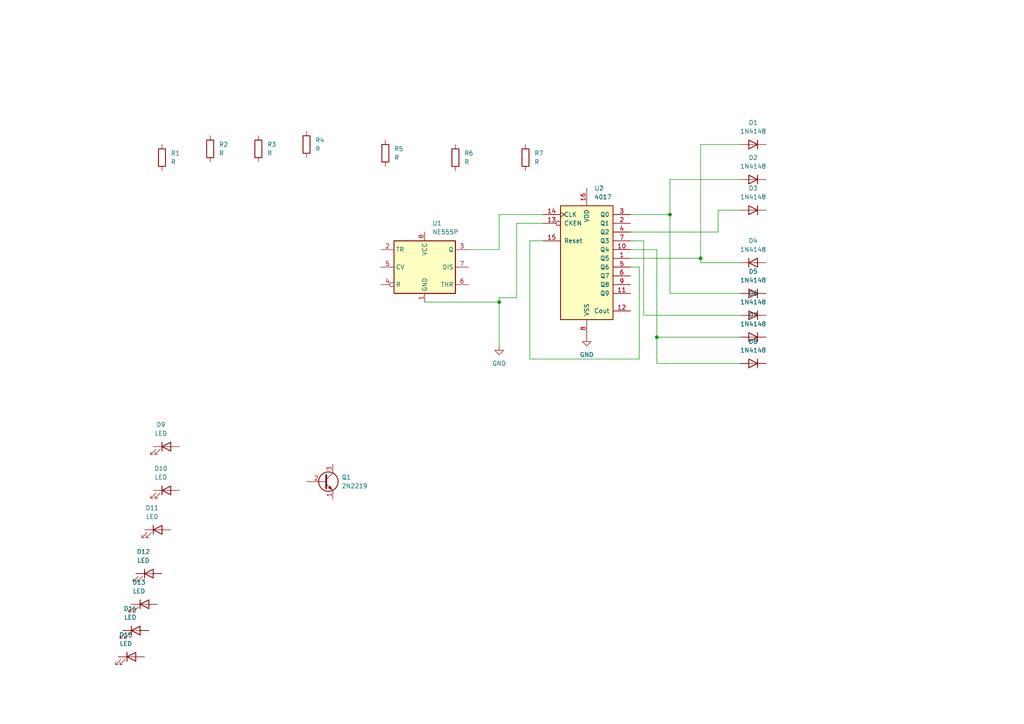
<source format=kicad_sch>
(kicad_sch (version 20230121) (generator eeschema)
  (paper "A4")
  (lib_symbols
    (symbol "4xxx:4017" (pin_names (offset 1.016))
      (property "Reference" "U" (at -7.62 16.51 0))
      (property "Value" "4017" (at -7.62 -19.05 0))
      (symbol "4017_1_0"
        (pin output line (at 12.7 0 180) (length 5.08) (name "Q5") (number "1"))
        (pin output line (at 12.7 2.54 180) (length 5.08) (name "Q4") (number "10"))
        (pin output line (at 12.7 -10.16 180) (length 5.08) (name "Q9") (number "11"))
        (pin output line (at 12.7 -15.24 180) (length 5.08) (name "Cout") (number "12"))
        (pin input inverted (at -12.7 10.16 0) (length 5.08) (name "CKEN") (number "13"))
        (pin input clock (at -12.7 12.7 0) (length 5.08) (name "CLK") (number "14"))
        (pin input line (at -12.7 5.08 0) (length 5.08) (name "Reset") (number "15"))
        (pin power_in line (at 0 20.32 270) (length 5.08) (name "VDD") (number "16"))
        (pin output line (at 12.7 10.16 180) (length 5.08) (name "Q1") (number "2"))
        (pin output line (at 12.7 12.7 180) (length 5.08) (name "Q0") (number "3"))
        (pin output line (at 12.7 7.62 180) (length 5.08) (name "Q2") (number "4"))
        (pin output line (at 12.7 -2.54 180) (length 5.08) (name "Q6") (number "5"))
        (pin output line (at 12.7 -5.08 180) (length 5.08) (name "Q7") (number "6"))
        (pin output line (at 12.7 5.08 180) (length 5.08) (name "Q3") (number "7"))
        (pin power_in line (at 0 -22.86 90) (length 5.08) (name "VSS") (number "8"))
        (pin output line (at 12.7 -7.62 180) (length 5.08) (name "Q8") (number "9"))
      )
      (symbol "4017_1_1"
        (rectangle (start -7.62 15.24) (end 7.62 -17.78) (stroke (width 0.254)) (fill (type background)))
      )
    )
    (symbol "Device:LED" (pin_numbers hide) (pin_names (offset 1.016) hide)
      (property "Reference" "D" (at 0 2.54 0))
      (property "Value" "LED" (at 0 -2.54 0))
      (symbol "LED_0_1"
        (polyline (pts (xy -1.27 -1.27) (xy -1.27 1.27)) (stroke (width 0.254)))
        (polyline (pts (xy -1.27 0) (xy 1.27 0)))
        (polyline (pts (xy 1.27 -1.27) (xy 1.27 1.27) (xy -1.27 0) (xy 1.27 -1.27)) (stroke (width 0.254)))
        (polyline (pts (xy -3.048 -0.762) (xy -4.572 -2.286) (xy -3.81 -2.286) (xy -4.572 -2.286) (xy -4.572 -1.524)))
        (polyline (pts (xy -1.778 -0.762) (xy -3.302 -2.286) (xy -2.54 -2.286) (xy -3.302 -2.286) (xy -3.302 -1.524)))
      )
      (symbol "LED_1_1"
        (pin passive line (at -3.81 0 0) (length 2.54) (name "K") (number "1"))
        (pin passive line (at 3.81 0 180) (length 2.54) (name "A") (number "2"))
      )
    )
    (symbol "Device:R" (pin_numbers hide) (pin_names (offset 0))
      (property "Reference" "R" (at 2.032 0 90))
      (property "Value" "R" (at 0 0 90))
      (symbol "R_0_1"
        (rectangle (start -1.016 -2.54) (end 1.016 2.54) (stroke (width 0.254)))
      )
      (symbol "R_1_1"
        (pin passive line (at 0 3.81 270) (length 1.27) (name "~") (number "1"))
        (pin passive line (at 0 -3.81 90) (length 1.27) (name "~") (number "2"))
      )
    )
    (symbol "Diode:1N4148" (pin_numbers hide) (pin_names hide)
      (property "Reference" "D" (at 0 2.54 0))
      (property "Value" "1N4148" (at 0 -2.54 0))
      (symbol "1N4148_0_1"
        (polyline (pts (xy -1.27 1.27) (xy -1.27 -1.27)) (stroke (width 0.254)))
        (polyline (pts (xy 1.27 0) (xy -1.27 0)))
        (polyline (pts (xy 1.27 1.27) (xy 1.27 -1.27) (xy -1.27 0) (xy 1.27 1.27)) (stroke (width 0.254)))
      )
      (symbol "1N4148_1_1"
        (pin passive line (at -3.81 0 0) (length 2.54) (name "K") (number "1"))
        (pin passive line (at 3.81 0 180) (length 2.54) (name "A") (number "2"))
      )
    )
    (symbol "Timer:NE555P"
      (property "Reference" "U" (at -10.16 8.89 0))
      (property "Value" "NE555P" (at 2.54 8.89 0))
      (symbol "NE555P_0_0"
        (pin power_in line (at 0 -10.16 90) (length 2.54) (name "GND") (number "1"))
        (pin power_in line (at 0 10.16 270) (length 2.54) (name "VCC") (number "8"))
      )
      (symbol "NE555P_0_1"
        (rectangle (start -8.89 -7.62) (end 8.89 7.62) (stroke (width 0.254)) (fill (type background)))
        (rectangle (start -8.89 -7.62) (end 8.89 7.62) (stroke (width 0.254)) (fill (type background)))
      )
      (symbol "NE555P_1_1"
        (pin input line (at -12.7 5.08 0) (length 3.81) (name "TR") (number "2"))
        (pin output line (at 12.7 5.08 180) (length 3.81) (name "Q") (number "3"))
        (pin input inverted (at -12.7 -5.08 0) (length 3.81) (name "R") (number "4"))
        (pin input line (at -12.7 0 0) (length 3.81) (name "CV") (number "5"))
        (pin input line (at 12.7 -5.08 180) (length 3.81) (name "THR") (number "6"))
        (pin input line (at 12.7 0 180) (length 3.81) (name "DIS") (number "7"))
      )
    )
    (symbol "Transistor_BJT:2N2219" (pin_names (offset 0) hide)
      (property "Reference" "Q" (at 5.08 1.905 0))
      (property "Value" "2N2219" (at 5.08 0 0))
      (symbol "2N2219_0_1"
        (polyline (pts (xy 0.635 0.635) (xy 2.54 2.54)))
        (polyline (pts (xy 0.635 -0.635) (xy 2.54 -2.54) (xy 2.54 -2.54)))
        (polyline (pts (xy 0.635 1.905) (xy 0.635 -1.905) (xy 0.635 -1.905)) (stroke (width 0.508)))
        (polyline (pts (xy 1.27 -1.778) (xy 1.778 -1.27) (xy 2.286 -2.286) (xy 1.27 -1.778) (xy 1.27 -1.778)) (fill (type outline)))
        (circle (center 1.27 0) (radius 2.8194) (stroke (width 0.254)))
      )
      (symbol "2N2219_1_1"
        (pin passive line (at 2.54 -5.08 90) (length 2.54) (name "E") (number "1"))
        (pin passive line (at -5.08 0 0) (length 5.715) (name "B") (number "2"))
        (pin passive line (at 2.54 5.08 270) (length 2.54) (name "C") (number "3"))
      )
    )
    (symbol "power:GND" (power) (pin_names (offset 0))
      (property "Value" "GND" (at 0 -3.81 0))
      (symbol "GND_0_1"
        (polyline (pts (xy 0 0) (xy 0 -1.27) (xy 1.27 -1.27) (xy 0 -2.54) (xy -1.27 -1.27) (xy 0 -1.27)))
      )
      (symbol "GND_1_1"
        (pin power_in line (at 0 0 270) (length 0) hide (name "GND") (number "1"))
      )
    )
  )
  (junction (at 144.78 87.63))
  (junction (at 203.2 74.93))
  (junction (at 194.31 62.23))
  (junction (at 190.5 97.79))
  (wire (pts (xy 203.2 76.2) (xy 203.2 74.93)))
  (wire (pts (xy 208.28 67.31) (xy 208.28 60.96)))
  (wire (pts (xy 194.31 62.23) (xy 194.31 52.07)))
  (wire (pts (xy 144.78 100.33) (xy 144.78 87.63)))
  (wire (pts (xy 182.88 62.23) (xy 194.31 62.23)))
  (wire (pts (xy 182.88 77.47) (xy 185.42 77.47)))
  (wire (pts (xy 214.63 76.2) (xy 203.2 76.2)))
  (wire (pts (xy 214.63 85.09) (xy 194.31 85.09)))
  (wire (pts (xy 214.63 91.44) (xy 186.69 91.44)))
  (wire (pts (xy 190.5 105.41) (xy 190.5 97.79)))
  (wire (pts (xy 182.88 67.31) (xy 208.28 67.31)))
  (wire (pts (xy 185.42 77.47) (xy 185.42 104.14)))
  (wire (pts (xy 144.78 62.23) (xy 144.78 72.39)))
  (wire (pts (xy 190.5 97.79) (xy 190.5 72.39)))
  (wire (pts (xy 190.5 72.39) (xy 182.88 72.39)))
  (wire (pts (xy 153.67 69.85) (xy 157.48 69.85)))
  (wire (pts (xy 194.31 85.09) (xy 194.31 62.23)))
  (wire (pts (xy 208.28 60.96) (xy 214.63 60.96)))
  (wire (pts (xy 153.67 104.14) (xy 153.67 69.85)))
  (wire (pts (xy 144.78 72.39) (xy 135.89 72.39)))
  (wire (pts (xy 203.2 74.93) (xy 203.2 41.91)))
  (wire (pts (xy 182.88 74.93) (xy 203.2 74.93)))
  (wire (pts (xy 185.42 104.14) (xy 153.67 104.14)))
  (wire (pts (xy 186.69 69.85) (xy 182.88 69.85)))
  (wire (pts (xy 186.69 69.85) (xy 186.69 91.44)))
  (wire (pts (xy 194.31 52.07) (xy 214.63 52.07)))
  (wire (pts (xy 144.78 86.36) (xy 149.86 86.36)))
  (wire (pts (xy 123.19 87.63) (xy 144.78 87.63)))
  (wire (pts (xy 157.48 62.23) (xy 144.78 62.23)))
  (wire (pts (xy 214.63 97.79) (xy 190.5 97.79)))
  (wire (pts (xy 203.2 41.91) (xy 214.63 41.91)))
  (wire (pts (xy 214.63 105.41) (xy 190.5 105.41)))
  (wire (pts (xy 144.78 87.63) (xy 144.78 86.36)))
  (wire (pts (xy 149.86 86.36) (xy 149.86 64.77)))
  (wire (pts (xy 149.86 64.77) (xy 157.48 64.77)))
  (symbol (lib_id "Device:R") (at 132.08 45.72 0) (unit 1)
    (property "Reference" "R6" (at 134.62 44.45 0) (effects (justify left)))
    (property "Value" "R" (at 134.62 46.99 0) (effects (justify left)))
  )
  (symbol (lib_id "Device:LED") (at 38.1 190.5 0) (unit 1)
    (property "Reference" "D15" (at 36.5125 184.15 0))
    (property "Value" "LED" (at 36.5125 186.69 0))
  )
  (symbol (lib_id "Device:LED") (at 48.26 129.54 0) (unit 1)
    (property "Reference" "D9" (at 46.6725 123.19 0))
    (property "Value" "LED" (at 46.6725 125.73 0))
  )
  (symbol (lib_id "Timer:NE555P") (at 123.19 77.47 0) (unit 1)
    (property "Reference" "U1" (at 125.3841 64.77 0) (effects (justify left)))
    (property "Value" "NE555P" (at 125.3841 67.31 0) (effects (justify left)))
    (property "Footprint" "Package_DIP:DIP-8_W7.62mm" (effects hide))
    (property "Datasheet" "http://www.ti.com/lit/ds/symlink/ne555.pdf" (effects hide))
  )
  (symbol (lib_id "Diode:1N4148") (at 218.44 52.07 180) (unit 1)
    (property "Reference" "D2" (at 218.44 45.72 0))
    (property "Value" "1N4148" (at 218.44 48.26 0))
    (property "Footprint" "Diode_THT:D_DO-35_SOD27_P7.62mm_Horizontal" (effects hide))
    (property "Datasheet" "https://assets.nexperia.com/documents/data-sheet/1N4148_1N4448.pdf" (effects hide))
    (property "Sim.Device" "D" (effects hide))
    (property "Sim.Pins" "1=K 2=A" (effects hide))
  )
  (symbol (lib_id "Diode:1N4148") (at 218.44 97.79 180) (unit 1)
    (property "Reference" "D7" (at 218.44 91.44 0))
    (property "Value" "1N4148" (at 218.44 93.98 0))
    (property "Footprint" "Diode_THT:D_DO-35_SOD27_P7.62mm_Horizontal" (effects hide))
    (property "Datasheet" "https://assets.nexperia.com/documents/data-sheet/1N4148_1N4448.pdf" (effects hide))
    (property "Sim.Device" "D" (effects hide))
    (property "Sim.Pins" "1=K 2=A" (effects hide))
  )
  (symbol (lib_id "Device:R") (at 111.76 44.45 0) (unit 1)
    (property "Reference" "R5" (at 114.3 43.18 0) (effects (justify left)))
    (property "Value" "R" (at 114.3 45.72 0) (effects (justify left)))
  )
  (symbol (lib_id "Diode:1N4148") (at 218.44 41.91 180) (unit 1)
    (property "Reference" "D1" (at 218.44 35.56 0))
    (property "Value" "1N4148" (at 218.44 38.1 0))
    (property "Footprint" "Diode_THT:D_DO-35_SOD27_P7.62mm_Horizontal" (effects hide))
    (property "Datasheet" "https://assets.nexperia.com/documents/data-sheet/1N4148_1N4448.pdf" (effects hide))
    (property "Sim.Device" "D" (effects hide))
    (property "Sim.Pins" "1=K 2=A" (effects hide))
  )
  (symbol (lib_id "Device:LED") (at 43.18 166.37 0) (unit 1)
    (property "Reference" "D12" (at 41.5925 160.02 0))
    (property "Value" "LED" (at 41.5925 162.56 0))
  )
  (symbol (lib_id "Diode:1N4148") (at 218.44 85.09 180) (unit 1)
    (property "Reference" "D5" (at 218.44 78.74 0))
    (property "Value" "1N4148" (at 218.44 81.28 0))
    (property "Footprint" "Diode_THT:D_DO-35_SOD27_P7.62mm_Horizontal" (effects hide))
    (property "Datasheet" "https://assets.nexperia.com/documents/data-sheet/1N4148_1N4448.pdf" (effects hide))
    (property "Sim.Device" "D" (effects hide))
    (property "Sim.Pins" "1=K 2=A" (effects hide))
  )
  (symbol (lib_id "Device:R") (at 88.9 41.91 0) (unit 1)
    (property "Reference" "R4" (at 91.44 40.64 0) (effects (justify left)))
    (property "Value" "R" (at 91.44 43.18 0) (effects (justify left)))
  )
  (symbol (lib_id "Device:LED") (at 39.37 182.88 0) (unit 1)
    (property "Reference" "D14" (at 37.7825 176.53 0))
    (property "Value" "LED" (at 37.7825 179.07 0))
  )
  (symbol (lib_id "4xxx:4017") (at 170.18 74.93 0) (unit 1)
    (property "Reference" "U2" (at 172.3741 54.61 0) (effects (justify left)))
    (property "Value" "4017" (at 172.3741 57.15 0) (effects (justify left)))
    (property "Datasheet" "http://www.intersil.com/content/dam/Intersil/documents/cd40/cd4017bms-22bms.pdf" (effects hide))
  )
  (symbol (lib_id "Diode:1N4148") (at 218.44 76.2 0) (unit 1)
    (property "Reference" "D4" (at 218.44 69.85 0))
    (property "Value" "1N4148" (at 218.44 72.39 0))
    (property "Footprint" "Diode_THT:D_DO-35_SOD27_P7.62mm_Horizontal" (effects hide))
    (property "Datasheet" "https://assets.nexperia.com/documents/data-sheet/1N4148_1N4448.pdf" (effects hide))
    (property "Sim.Device" "D" (effects hide))
    (property "Sim.Pins" "1=K 2=A" (effects hide))
  )
  (symbol (lib_id "Device:R") (at 46.99 45.72 0) (unit 1)
    (property "Reference" "R1" (at 49.53 44.45 0) (effects (justify left)))
    (property "Value" "R" (at 49.53 46.99 0) (effects (justify left)))
  )
  (symbol (lib_id "Diode:1N4148") (at 218.44 105.41 180) (unit 1)
    (property "Reference" "D8" (at 218.44 99.06 0))
    (property "Value" "1N4148" (at 218.44 101.6 0))
    (property "Footprint" "Diode_THT:D_DO-35_SOD27_P7.62mm_Horizontal" (effects hide))
    (property "Datasheet" "https://assets.nexperia.com/documents/data-sheet/1N4148_1N4448.pdf" (effects hide))
    (property "Sim.Device" "D" (effects hide))
    (property "Sim.Pins" "1=K 2=A" (effects hide))
  )
  (symbol (lib_id "Diode:1N4148") (at 218.44 60.96 180) (unit 1)
    (property "Reference" "D3" (at 218.44 54.61 0))
    (property "Value" "1N4148" (at 218.44 57.15 0))
    (property "Footprint" "Diode_THT:D_DO-35_SOD27_P7.62mm_Horizontal" (effects hide))
    (property "Datasheet" "https://assets.nexperia.com/documents/data-sheet/1N4148_1N4448.pdf" (effects hide))
    (property "Sim.Device" "D" (effects hide))
    (property "Sim.Pins" "1=K 2=A" (effects hide))
  )
  (symbol (lib_id "Transistor_BJT:2N2219") (at 93.98 139.7 0) (unit 1)
    (property "Reference" "Q1" (at 99.06 138.43 0) (effects (justify left)))
    (property "Value" "2N2219" (at 99.06 140.97 0) (effects (justify left)))
    (property "Footprint" "Package_TO_SOT_THT:TO-39-3" (effects hide))
    (property "Datasheet" "http://www.onsemi.com/pub_link/Collateral/2N2219-D.PDF" (effects hide))
  )
  (symbol (lib_id "power:GND") (at 170.18 97.79 0) (unit 1)
    (property "Reference" "#PWR01" (effects hide))
    (property "Value" "GND" (at 170.18 102.87 0))
  )
  (symbol (lib_id "Device:R") (at 74.93 43.18 0) (unit 1)
    (property "Reference" "R3" (at 77.47 41.91 0) (effects (justify left)))
    (property "Value" "R" (at 77.47 44.45 0) (effects (justify left)))
  )
  (symbol (lib_id "power:GND") (at 144.78 100.33 0) (unit 1)
    (property "Reference" "#PWR02" (effects hide))
    (property "Value" "GND" (at 144.78 105.41 0))
  )
  (symbol (lib_id "Device:LED") (at 45.72 153.67 0) (unit 1)
    (property "Reference" "D11" (at 44.1325 147.32 0))
    (property "Value" "LED" (at 44.1325 149.86 0))
  )
  (symbol (lib_id "Device:R") (at 60.96 43.18 0) (unit 1)
    (property "Reference" "R2" (at 63.5 41.91 0) (effects (justify left)))
    (property "Value" "R" (at 63.5 44.45 0) (effects (justify left)))
  )
  (symbol (lib_id "Device:R") (at 152.4 45.72 0) (unit 1)
    (property "Reference" "R7" (at 154.94 44.45 0) (effects (justify left)))
    (property "Value" "R" (at 154.94 46.99 0) (effects (justify left)))
  )
  (symbol (lib_id "Diode:1N4148") (at 218.44 91.44 180) (unit 1)
    (property "Reference" "D6" (at 218.44 85.09 0))
    (property "Value" "1N4148" (at 218.44 87.63 0))
    (property "Footprint" "Diode_THT:D_DO-35_SOD27_P7.62mm_Horizontal" (effects hide))
    (property "Datasheet" "https://assets.nexperia.com/documents/data-sheet/1N4148_1N4448.pdf" (effects hide))
    (property "Sim.Device" "D" (effects hide))
    (property "Sim.Pins" "1=K 2=A" (effects hide))
  )
  (symbol (lib_id "Device:LED") (at 48.26 142.24 0) (unit 1)
    (property "Reference" "D10" (at 46.6725 135.89 0))
    (property "Value" "LED" (at 46.6725 138.43 0))
  )
  (symbol (lib_id "Device:LED") (at 41.91 175.26 0) (unit 1)
    (property "Reference" "D13" (at 40.3225 168.91 0))
    (property "Value" "LED" (at 40.3225 171.45 0))
  )
)
</source>
